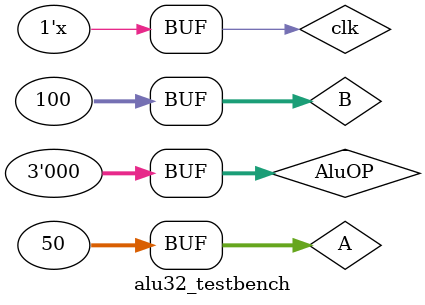
<source format=v>
`timescale 1 ps / 1 ps

module alu32_testbench();

reg [31:0] A;
reg [31:0] B;
reg [2:0] AluOP;
wire [31:0] Result;
	
	reg clk;
	
	alu32 TB(.A(A) , .B(B) , .AluOP(AluOP) , .R(Result));
	
	always 
		begin 
			#2 clk = ~clk;
		end
	
	initial 
		begin 
			A = 32'd0;
			B = 32'd0;
			
			#5 A = 32'd50;
				B = 32'd100;
				AluOP = 3'b000;
		end


endmodule
		
</source>
